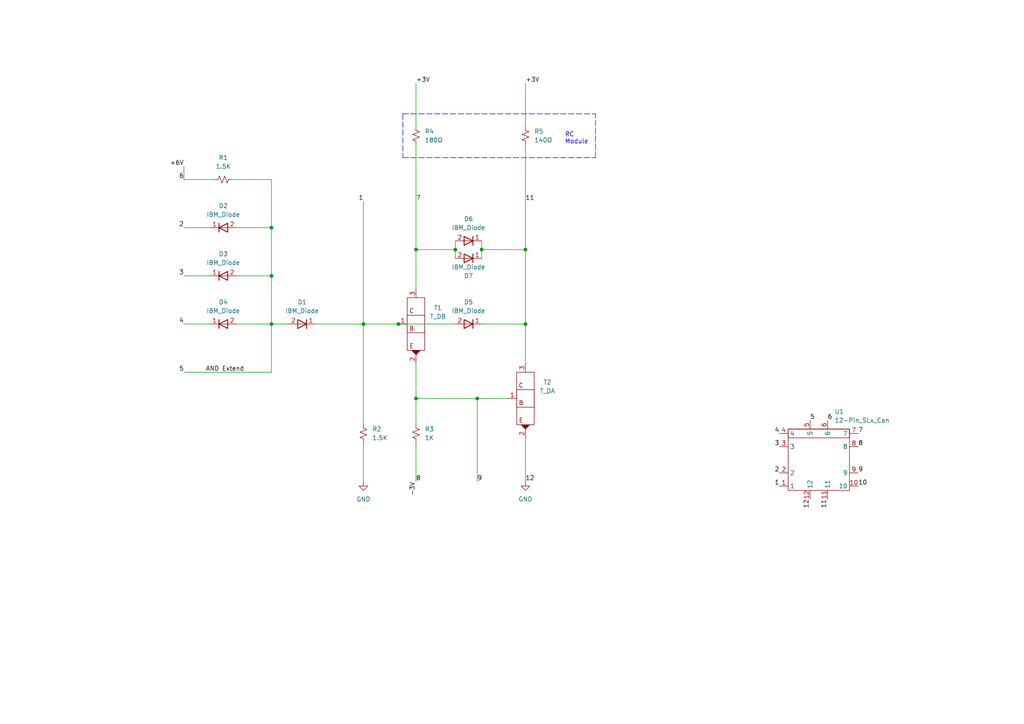
<source format=kicad_sch>
(kicad_sch (version 20211123) (generator eeschema)
  (paper "A4")
  (lib_symbols
    (symbol "Device:R_Small_US" (pin_numbers hide) (pin_names (offset 0.254) hide)
      (property "Reference" "R" (at 0.762 0.508 0))
      (property "Value" "R_Small_US" (at 0.762 -1.016 0))
      (symbol "R_Small_US_1_1"
        (polyline (pts (xy 0 0) (xy 1.016 -0.381) (xy 0 -0.762) (xy -1.016 -1.143) (xy 0 -1.524)))
        (polyline (pts (xy 0 1.524) (xy 1.016 1.143) (xy 0 0.762) (xy -1.016 0.381) (xy 0 0)))
        (pin passive line (at 0 2.54 270) (length 1.016) (name "~") (number "1"))
        (pin passive line (at 0 -2.54 90) (length 1.016) (name "~") (number "2"))
      )
    )
    (symbol "IBM_SLT-SLD:12-Pin_SLx_Can"
      (property "Reference" "U" (at 0 -2.54 0))
      (property "Value" "12-Pin_SLx_Can" (at 0 0 0))
      (symbol "12-Pin_SLx_Can_0_1"
        (rectangle (start -8.89 8.89) (end 8.89 -8.89))
        (rectangle (start -8.89 8.89) (end 8.89 6.35))
      )
      (symbol "12-Pin_SLx_Can_1_1"
        (pin passive line (at -11.43 -7.62 0) (length 2.54) (name "1") (number "1"))
        (pin passive line (at 11.43 -7.62 180) (length 2.54) (name "10") (number "10"))
        (pin passive line (at 2.54 -11.43 90) (length 2.54) (name "11") (number "11"))
        (pin passive line (at -2.54 -11.43 90) (length 2.54) (name "12") (number "12"))
        (pin passive line (at -11.43 -3.81 0) (length 2.54) (name "2") (number "2"))
        (pin passive line (at -11.43 3.81 0) (length 2.54) (name "3") (number "3"))
        (pin passive line (at -11.43 7.62 0) (length 2.54) (name "4") (number "4"))
        (pin passive line (at -2.54 11.43 270) (length 2.54) (name "5") (number "5"))
        (pin passive line (at 2.54 11.43 270) (length 2.54) (name "6") (number "6"))
        (pin passive line (at 11.43 7.62 180) (length 2.54) (name "7") (number "7"))
        (pin passive line (at 11.43 3.81 180) (length 2.54) (name "8") (number "8"))
        (pin passive line (at 11.43 -3.81 180) (length 2.54) (name "9") (number "9"))
      )
    )
    (symbol "IBM_SLT-SLD:IBM_Diode"
      (property "Reference" "D" (at 0 5.08 0))
      (property "Value" "IBM_Diode" (at 0 2.54 0))
      (symbol "IBM_Diode_0_1"
        (polyline (pts (xy -1.27 1.27) (xy -1.27 -1.27)) (stroke (width 0.254)))
        (polyline (pts (xy 1.27 0) (xy -1.27 0)))
        (polyline (pts (xy 1.27 1.27) (xy 1.27 -1.27) (xy -1.27 0) (xy 1.27 1.27)) (stroke (width 0.254)))
      )
      (symbol "IBM_Diode_1_1"
        (pin passive line (at -3.81 0 0) (length 2.54) (name "K") (number "1"))
        (pin passive line (at 3.81 0 180) (length 2.54) (name "A") (number "2"))
      )
    )
    (symbol "IBM_SLT-SLD:T_DA"
      (property "Reference" "T" (at 0 5.08 0))
      (property "Value" "T_DA" (at 7.62 8.89 0))
      (symbol "T_DA_0_0"
        (text "B" (at -1.27 -1.27 0) (effects (font (size 1.27 1.27))))
        (text "C" (at -1.27 3.81 0) (effects (font (size 1.27 1.27))))
        (text "E" (at -1.27 -6.35 0) (effects (font (size 1.27 1.27))))
      )
      (symbol "T_DA_0_1"
        (rectangle (start -2.54 2.54) (end 2.54 -2.54))
        (rectangle (start -2.54 7.62) (end 2.54 -7.62))
        (polyline (pts (xy -1.27 -7.62) (xy 0 -8.89) (xy 1.27 -7.62)) (fill (type outline)))
      )
      (symbol "T_DA_1_1"
        (pin passive line (at -5.08 0 0) (length 2.54) (name "B") (number "1"))
        (pin passive line (at 0 -11.43 90) (length 2.54) (name "E") (number "2"))
        (pin passive line (at 0 10.16 270) (length 2.54) (name "C") (number "3"))
      )
    )
    (symbol "IBM_SLT-SLD:T_DB"
      (property "Reference" "T" (at 0 5.08 0))
      (property "Value" "T_DB" (at 7.62 8.89 0))
      (symbol "T_DB_0_0"
        (text "B" (at -1.27 -1.27 0) (effects (font (size 1.27 1.27))))
        (text "C" (at -1.27 3.81 0) (effects (font (size 1.27 1.27))))
        (text "E" (at -1.27 -6.35 0) (effects (font (size 1.27 1.27))))
      )
      (symbol "T_DB_0_1"
        (rectangle (start -2.54 2.54) (end 2.54 -2.54))
        (rectangle (start -2.54 7.62) (end 2.54 -7.62))
        (polyline (pts (xy -1.27 -7.62) (xy 0 -8.89) (xy 1.27 -7.62)) (fill (type outline)))
      )
      (symbol "T_DB_1_1"
        (pin passive line (at -5.08 0 0) (length 2.54) (name "B") (number "1"))
        (pin passive line (at 0 -11.43 90) (length 2.54) (name "E") (number "2"))
        (pin passive line (at 0 10.16 270) (length 2.54) (name "C") (number "3"))
      )
    )
    (symbol "power:GND" (power) (pin_names (offset 0))
      (property "Value" "GND" (at 0 -3.81 0))
      (symbol "GND_0_1"
        (polyline (pts (xy 0 0) (xy 0 -1.27) (xy 1.27 -1.27) (xy 0 -2.54) (xy -1.27 -1.27) (xy 0 -1.27)))
      )
      (symbol "GND_1_1"
        (pin power_in line (at 0 0 270) (length 0) hide (name "GND") (number "1"))
      )
    )
  )
  (junction (at 152.4 72.39))
  (junction (at 139.7 72.39))
  (junction (at 78.74 80.01))
  (junction (at 115.57 93.98))
  (junction (at 152.4 93.98))
  (junction (at 78.74 66.04))
  (junction (at 132.08 72.39))
  (junction (at 105.41 93.98))
  (junction (at 138.43 115.57))
  (junction (at 120.65 115.57))
  (junction (at 120.65 72.39))
  (junction (at 78.74 93.98))
  (wire (pts (xy 78.74 80.01) (xy 78.74 93.98)))
  (wire (pts (xy 53.34 80.01) (xy 60.96 80.01)))
  (wire (pts (xy 78.74 52.07) (xy 78.74 66.04)))
  (polyline (pts (xy 116.84 45.72) (xy 172.72 45.72)))
  (wire (pts (xy 78.74 93.98) (xy 83.82 93.98)))
  (wire (pts (xy 152.4 24.13) (xy 152.4 36.83)))
  (wire (pts (xy 132.08 69.85) (xy 132.08 72.39)))
  (wire (pts (xy 139.7 72.39) (xy 139.7 74.93)))
  (wire (pts (xy 120.65 115.57) (xy 120.65 123.19)))
  (wire (pts (xy 120.65 72.39) (xy 120.65 83.82)))
  (wire (pts (xy 120.65 128.27) (xy 120.65 139.7)))
  (wire (pts (xy 152.4 72.39) (xy 139.7 72.39)))
  (wire (pts (xy 152.4 93.98) (xy 152.4 72.39)))
  (wire (pts (xy 78.74 93.98) (xy 68.58 93.98)))
  (wire (pts (xy 152.4 41.91) (xy 152.4 72.39)))
  (wire (pts (xy 152.4 127) (xy 152.4 139.7)))
  (polyline (pts (xy 172.72 45.72) (xy 172.72 33.02)))
  (wire (pts (xy 105.41 93.98) (xy 105.41 123.19)))
  (polyline (pts (xy 116.84 33.02) (xy 116.84 45.72)))
  (wire (pts (xy 53.34 66.04) (xy 60.96 66.04)))
  (wire (pts (xy 138.43 115.57) (xy 147.32 115.57)))
  (wire (pts (xy 67.31 52.07) (xy 78.74 52.07)))
  (wire (pts (xy 105.41 58.42) (xy 105.41 93.98)))
  (wire (pts (xy 78.74 80.01) (xy 68.58 80.01)))
  (wire (pts (xy 91.44 93.98) (xy 105.41 93.98)))
  (wire (pts (xy 53.34 48.26) (xy 53.34 52.07)))
  (wire (pts (xy 132.08 72.39) (xy 120.65 72.39)))
  (wire (pts (xy 53.34 93.98) (xy 60.96 93.98)))
  (wire (pts (xy 53.34 107.95) (xy 78.74 107.95)))
  (wire (pts (xy 152.4 93.98) (xy 152.4 105.41)))
  (wire (pts (xy 139.7 93.98) (xy 152.4 93.98)))
  (wire (pts (xy 138.43 115.57) (xy 120.65 115.57)))
  (polyline (pts (xy 116.84 33.02) (xy 172.72 33.02)))
  (wire (pts (xy 78.74 66.04) (xy 78.74 80.01)))
  (wire (pts (xy 139.7 69.85) (xy 139.7 72.39)))
  (wire (pts (xy 138.43 139.7) (xy 138.43 115.57)))
  (wire (pts (xy 120.65 105.41) (xy 120.65 115.57)))
  (wire (pts (xy 53.34 52.07) (xy 62.23 52.07)))
  (wire (pts (xy 78.74 107.95) (xy 78.74 93.98)))
  (wire (pts (xy 105.41 128.27) (xy 105.41 139.7)))
  (wire (pts (xy 115.57 93.98) (xy 132.08 93.98)))
  (wire (pts (xy 120.65 24.13) (xy 120.65 36.83)))
  (wire (pts (xy 68.58 66.04) (xy 78.74 66.04)))
  (wire (pts (xy 132.08 72.39) (xy 132.08 74.93)))
  (wire (pts (xy 120.65 41.91) (xy 120.65 72.39)))
  (wire (pts (xy 105.41 93.98) (xy 115.57 93.98)))
  (text "RC\nModule" (at 163.83 41.91 0) (effects (font (size 1.27 1.27)) (justify left bottom)))
  (label "8" (at 120.65 139.7 0))
  (label "9" (at 248.92 137.16 0))
  (label "7" (at 248.92 125.73 0))
  (label "5" (at 53.34 107.95 180))
  (label "+6V" (at 53.34 48.26 180))
  (label "5" (at 234.95 121.92 0))
  (label "11" (at 240.03 144.78 270))
  (label "+3V" (at 120.65 24.13 0))
  (label "7" (at 120.65 58.42 0))
  (label "12" (at 152.4 139.7 0))
  (label "2" (at 53.34 66.04 180))
  (label "6" (at 53.34 52.07 180))
  (label "AND Extend" (at 59.69 107.95 0))
  (label "4" (at 226.06 125.73 180))
  (label "10" (at 248.92 140.97 0))
  (label "11" (at 152.4 58.42 0))
  (label "3" (at 226.06 129.54 180))
  (label "8" (at 248.92 129.54 0))
  (label "1" (at 226.06 140.97 180))
  (label "1" (at 105.41 58.42 180))
  (label "12" (at 234.95 144.78 270))
  (label "4" (at 53.34 93.98 180))
  (label "3" (at 53.34 80.01 180))
  (label "2" (at 226.06 137.16 180))
  (label "+3V" (at 152.4 24.13 0))
  (label "9" (at 138.43 139.7 0))
  (label "6" (at 240.03 121.92 0))
  (label "-3V" (at 120.65 139.7 270))
  (symbol (lib_id "IBM_SLT-SLD:IBM_Diode") (at 135.89 74.93 180) (unit 1)
    (property "Reference" "D7" (at 135.89 80.01 0))
    (property "Value" "IBM_Diode" (at 135.89 77.47 0))
    (property "Footprint" "Diode_SMD:D_0201_0603Metric" (effects hide))
  )
  (symbol (lib_id "power:GND") (at 152.4 139.7 0) (unit 1)
    (property "Reference" "#PWR0102" (effects hide))
    (property "Value" "GND" (at 152.4 144.78 0))
  )
  (symbol (lib_id "Device:R_Small_US") (at 64.77 52.07 90) (unit 1)
    (property "Reference" "R1" (at 64.77 45.72 90))
    (property "Value" "1.5K" (at 64.77 48.26 90))
    (property "Footprint" "Resistor_SMD:R_0201_0603Metric" (effects hide))
  )
  (symbol (lib_id "IBM_SLT-SLD:IBM_Diode") (at 87.63 93.98 180) (unit 1)
    (property "Reference" "D1" (at 87.63 87.63 0))
    (property "Value" "IBM_Diode" (at 87.63 90.17 0))
    (property "Footprint" "Diode_SMD:D_0201_0603Metric" (effects hide))
  )
  (symbol (lib_id "IBM_SLT-SLD:12-Pin_SLx_Can") (at 237.49 133.35 0) (unit 1)
    (property "Reference" "U1" (at 242.0494 119.38 0) (effects (justify left)))
    (property "Value" "12-Pin_SLx_Can" (at 242.0494 121.92 0) (effects (justify left)))
    (property "Footprint" "IBM_SLT-SLD:12-Pin_SLx_Can" (effects hide))
  )
  (symbol (lib_id "IBM_SLT-SLD:IBM_Diode") (at 64.77 93.98 0) (unit 1)
    (property "Reference" "D4" (at 64.77 87.63 0))
    (property "Value" "IBM_Diode" (at 64.77 90.17 0))
    (property "Footprint" "Diode_SMD:D_0201_0603Metric" (effects hide))
  )
  (symbol (lib_id "Device:R_Small_US") (at 152.4 39.37 0) (unit 1)
    (property "Reference" "R5" (at 154.94 38.0999 0) (effects (justify left)))
    (property "Value" "140Ω" (at 154.94 40.6399 0) (effects (justify left)))
  )
  (symbol (lib_id "IBM_SLT-SLD:T_DB") (at 120.65 93.98 0) (unit 1)
    (property "Reference" "T1" (at 127 89.281 0))
    (property "Value" "T_DB" (at 127 91.821 0))
    (property "Footprint" "Package_DFN_QFN:Diodes_DFN1006-3" (effects hide))
  )
  (symbol (lib_id "power:GND") (at 105.41 139.7 0) (unit 1)
    (property "Reference" "#PWR0101" (effects hide))
    (property "Value" "GND" (at 105.41 144.78 0))
  )
  (symbol (lib_id "IBM_SLT-SLD:T_DA") (at 152.4 115.57 0) (unit 1)
    (property "Reference" "T2" (at 158.75 110.871 0))
    (property "Value" "T_DA" (at 158.75 113.411 0))
    (property "Footprint" "Package_DFN_QFN:Diodes_DFN1006-3" (effects hide))
  )
  (symbol (lib_id "IBM_SLT-SLD:IBM_Diode") (at 64.77 80.01 0) (unit 1)
    (property "Reference" "D3" (at 64.77 73.66 0))
    (property "Value" "IBM_Diode" (at 64.77 76.2 0))
    (property "Footprint" "Diode_SMD:D_0201_0603Metric" (effects hide))
  )
  (symbol (lib_id "Device:R_Small_US") (at 105.41 125.73 0) (unit 1)
    (property "Reference" "R2" (at 107.95 124.4599 0) (effects (justify left)))
    (property "Value" "1.5K" (at 107.95 126.9999 0) (effects (justify left)))
    (property "Footprint" "Resistor_SMD:R_0201_0603Metric" (effects hide))
  )
  (symbol (lib_id "IBM_SLT-SLD:IBM_Diode") (at 135.89 69.85 180) (unit 1)
    (property "Reference" "D6" (at 135.89 63.5 0))
    (property "Value" "IBM_Diode" (at 135.89 66.04 0))
    (property "Footprint" "Diode_SMD:D_0201_0603Metric" (effects hide))
  )
  (symbol (lib_id "IBM_SLT-SLD:IBM_Diode") (at 64.77 66.04 0) (unit 1)
    (property "Reference" "D2" (at 64.77 59.69 0))
    (property "Value" "IBM_Diode" (at 64.77 62.23 0))
    (property "Footprint" "Diode_SMD:D_0201_0603Metric" (effects hide))
  )
  (symbol (lib_id "Device:R_Small_US") (at 120.65 39.37 0) (unit 1)
    (property "Reference" "R4" (at 123.19 38.0999 0) (effects (justify left)))
    (property "Value" "180Ω" (at 123.19 40.6399 0) (effects (justify left)))
  )
  (symbol (lib_id "Device:R_Small_US") (at 120.65 125.73 0) (unit 1)
    (property "Reference" "R3" (at 123.19 124.4599 0) (effects (justify left)))
    (property "Value" "1K" (at 123.19 126.9999 0) (effects (justify left)))
    (property "Footprint" "Resistor_SMD:R_0201_0603Metric" (effects hide))
  )
  (symbol (lib_id "IBM_SLT-SLD:IBM_Diode") (at 135.89 93.98 180) (unit 1)
    (property "Reference" "D5" (at 135.89 87.63 0))
    (property "Value" "IBM_Diode" (at 135.89 90.17 0))
    (property "Footprint" "Diode_SMD:D_0201_0603Metric" (effects hide))
  )
)
</source>
